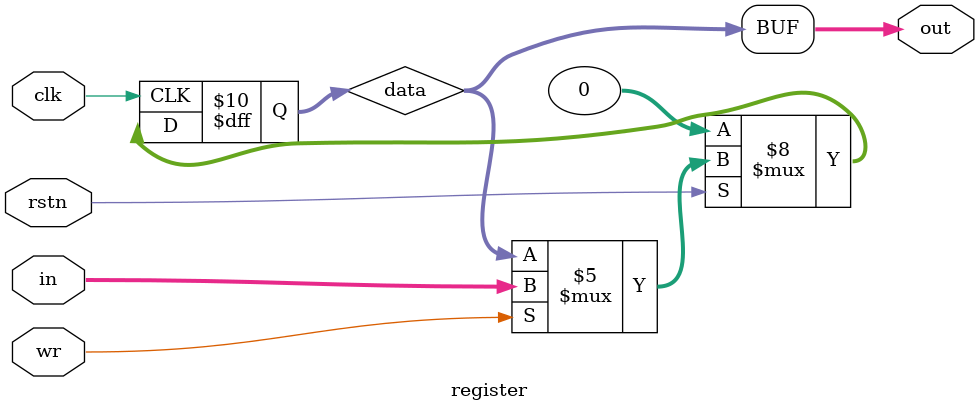
<source format=sv>
/*
 * Register
 *
 * Register type that is used for IR and PC.
 *
 * 20210612
 */

module register (
  clk,
  rstn,
  in,
  out,
  wr
);

  parameter WIDTH=32;

  input wire clk;
  input wire rstn;
  input wire [WIDTH-1:0] in;
  input wire wr;

  output wire [WIDTH-1:0] out;

  reg [WIDTH-1:0] data;

  assign out = data;

  initial begin
    data = 0;
  end

  always @ (posedge clk) begin
    if (!rstn) begin
      data <= 0;
    end
    else if (wr) begin
      data <= in;
    end
    else begin
      data <= data;
    end
  end
endmodule : register

</source>
